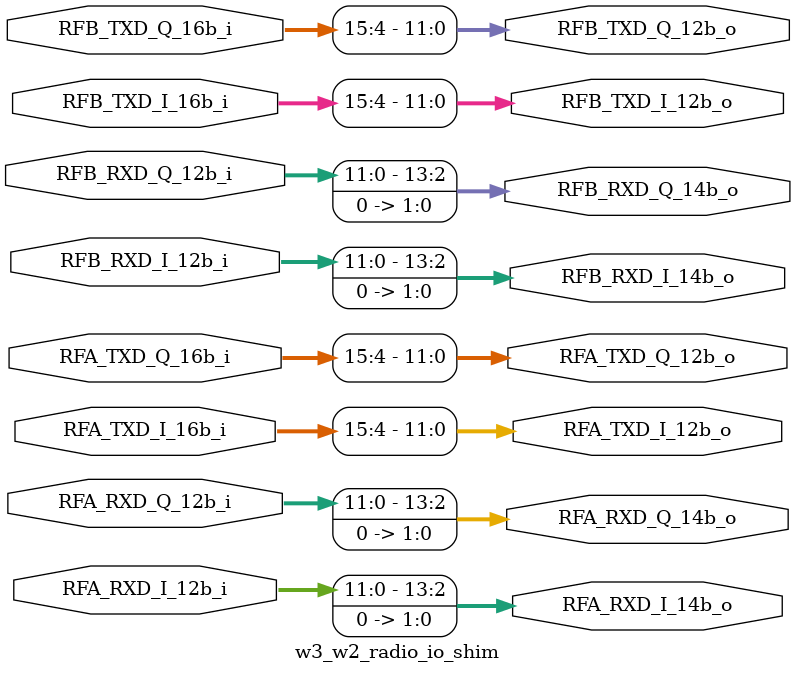
<source format=v>
module w3_w2_radio_io_shim (
	input [11:0] RFA_RXD_I_12b_i,
	input [11:0] RFA_RXD_Q_12b_i,
	output [13:0] RFA_RXD_I_14b_o,
	output [13:0] RFA_RXD_Q_14b_o,

	output [11:0] RFA_TXD_I_12b_o,
	output [11:0] RFA_TXD_Q_12b_o,
	input  [15:0] RFA_TXD_I_16b_i,
	input  [15:0] RFA_TXD_Q_16b_i,

	input [11:0] RFB_RXD_I_12b_i,
	input [11:0] RFB_RXD_Q_12b_i,
	output [13:0] RFB_RXD_I_14b_o,
	output [13:0] RFB_RXD_Q_14b_o,

	output [11:0] RFB_TXD_I_12b_o,
	output [11:0] RFB_TXD_Q_12b_o,
	input  [15:0] RFB_TXD_I_16b_i,
	input  [15:0] RFB_TXD_Q_16b_i
);

parameter C_FAMILY = "virtex6";

//Fix12_11 ADC -> Fix14_13 user outputs
assign RFA_RXD_I_14b_o = {RFA_RXD_I_12b_i, 2'b0};
assign RFA_RXD_Q_14b_o = {RFA_RXD_Q_12b_i, 2'b0};

assign RFB_RXD_I_14b_o = {RFB_RXD_I_12b_i, 2'b0};
assign RFB_RXD_Q_14b_o = {RFB_RXD_Q_12b_i, 2'b0};

//Fix16_15 user inputs -> Fix12_11 DAC
assign RFA_TXD_I_12b_o = RFA_TXD_I_16b_i[15:4];
assign RFA_TXD_Q_12b_o = RFA_TXD_Q_16b_i[15:4];

assign RFB_TXD_I_12b_o = RFB_TXD_I_16b_i[15:4];
assign RFB_TXD_Q_12b_o = RFB_TXD_Q_16b_i[15:4];

endmodule

</source>
